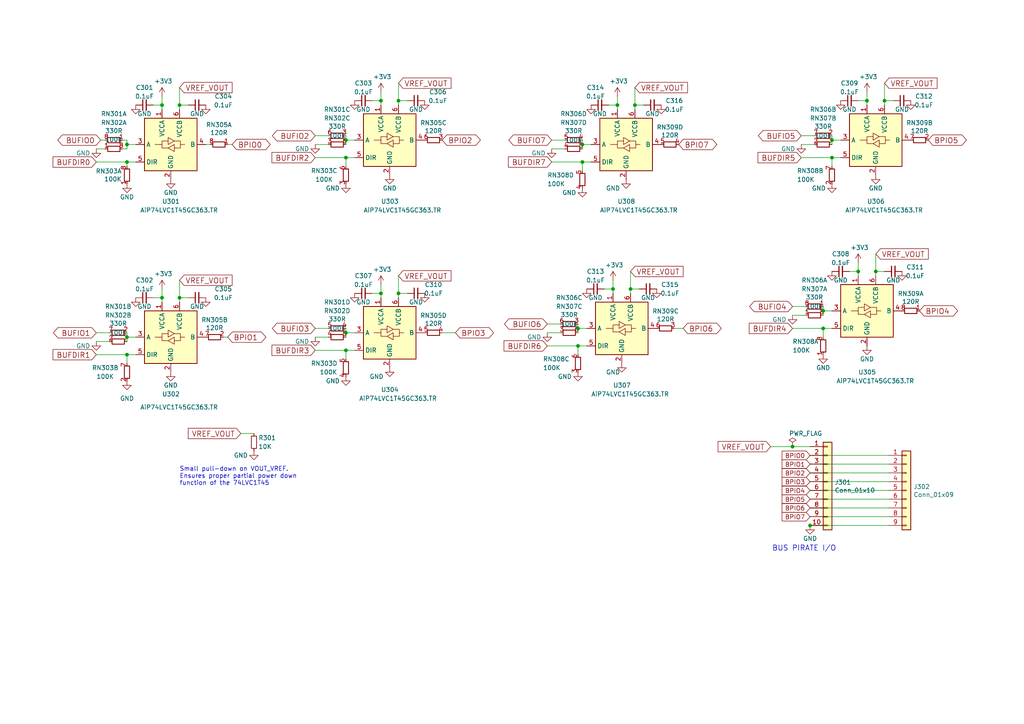
<source format=kicad_sch>
(kicad_sch (version 20231120) (generator "eeschema") (generator_version "8.0")
  (paper "A4")
  (lib_symbols
    (symbol "Connector_Generic:Conn_01x09" (pin_names (offset 1.016) hide)
      (property "Reference" "J" (at 0 12.7 0))
      (property "Value" "Conn_01x09" (at 0 -12.7 0))
      (symbol "Conn_01x09_1_1"
        (pin passive line (at -5.08 10.16 0) (length 3.81) (name "Pin_1") (number "1"))
        (pin passive line (at -5.08 7.62 0) (length 3.81) (name "Pin_2") (number "2"))
        (pin passive line (at -5.08 5.08 0) (length 3.81) (name "Pin_3") (number "3"))
        (pin passive line (at -5.08 2.54 0) (length 3.81) (name "Pin_4") (number "4"))
        (pin passive line (at -5.08 0 0) (length 3.81) (name "Pin_5") (number "5"))
        (pin passive line (at -5.08 -2.54 0) (length 3.81) (name "Pin_6") (number "6"))
        (pin passive line (at -5.08 -5.08 0) (length 3.81) (name "Pin_7") (number "7"))
        (pin passive line (at -5.08 -7.62 0) (length 3.81) (name "Pin_8") (number "8"))
        (pin passive line (at -5.08 -10.16 0) (length 3.81) (name "Pin_9") (number "9"))
      )
    )
    (symbol "Connector_Generic:Conn_01x10" (pin_names (offset 1.016) hide)
      (property "Reference" "J" (at 0 12.7 0))
      (property "Value" "Conn_01x10" (at 0 -15.24 0))
      (symbol "Conn_01x10_1_1"
        (pin passive line (at -5.08 10.16 0) (length 3.81) (name "Pin_1") (number "1"))
        (pin passive line (at -5.08 -12.7 0) (length 3.81) (name "Pin_10") (number "10"))
        (pin passive line (at -5.08 7.62 0) (length 3.81) (name "Pin_2") (number "2"))
        (pin passive line (at -5.08 5.08 0) (length 3.81) (name "Pin_3") (number "3"))
        (pin passive line (at -5.08 2.54 0) (length 3.81) (name "Pin_4") (number "4"))
        (pin passive line (at -5.08 0 0) (length 3.81) (name "Pin_5") (number "5"))
        (pin passive line (at -5.08 -2.54 0) (length 3.81) (name "Pin_6") (number "6"))
        (pin passive line (at -5.08 -5.08 0) (length 3.81) (name "Pin_7") (number "7"))
        (pin passive line (at -5.08 -7.62 0) (length 3.81) (name "Pin_8") (number "8"))
        (pin passive line (at -5.08 -10.16 0) (length 3.81) (name "Pin_9") (number "9"))
      )
    )
    (symbol "Device:C_Small" (pin_numbers hide) (pin_names (offset 0.254) hide)
      (property "Reference" "C" (at 0.254 1.778 0))
      (property "Value" "C_Small" (at 0.254 -2.032 0))
      (symbol "C_Small_1_1"
        (pin passive line (at 0 2.54 270) (length 2.032) (name "~") (number "1"))
        (pin passive line (at 0 -2.54 90) (length 2.032) (name "~") (number "2"))
      )
    )
    (symbol "Device:R_Small" (pin_numbers hide) (pin_names (offset 0.254) hide)
      (property "Reference" "R" (at 0.762 0.508 0))
      (property "Value" "R_Small" (at 0.762 -1.016 0))
      (symbol "R_Small_1_1"
        (pin passive line (at 0 2.54 270) (length 0.762) (name "~") (number "1"))
        (pin passive line (at 0 -2.54 90) (length 0.762) (name "~") (number "2"))
      )
    )
    (symbol "Logic_LevelTranslator:SN74LVC1T45DCK"
      (property "Reference" "U" (at -6.35 8.89 0))
      (property "Value" "SN74LVC1T45DCK" (at 3.81 8.89 0))
      (symbol "SN74LVC1T45DCK_1_1"
        (pin power_in line (at -2.54 10.16 270) (length 2.54) (name "VCCA") (number "1"))
        (pin power_in line (at 0 -10.16 90) (length 2.54) (name "GND") (number "2"))
        (pin bidirectional line (at -10.16 0 0) (length 2.54) (name "A") (number "3"))
        (pin bidirectional line (at 10.16 0 180) (length 2.54) (name "B") (number "4"))
        (pin input line (at -10.16 -5.08 0) (length 2.54) (name "DIR") (number "5"))
        (pin power_in line (at 2.54 10.16 270) (length 2.54) (name "VCCB") (number "6"))
      )
    )
    (symbol "dp-rarray:R_Array" (pin_names (offset 0) hide)
      (property "Reference" "RN" (at 2.286 0.762 0))
      (property "Value" "R_Array" (at 4.572 -0.762 0))
      (symbol "R_Array_1_1"
        (pin passive line (at 0 2.54 270) (length 0.762) (name "R1.1") (number "1"))
        (pin passive line (at 0 -2.54 90) (length 0.762) (name "R1.8") (number "8"))
      )
      (symbol "R_Array_2_1"
        (pin passive line (at 0 2.54 270) (length 0.762) (name "R1.1") (number "2"))
        (pin passive line (at 0 -2.54 90) (length 0.762) (name "R1.8") (number "7"))
      )
      (symbol "R_Array_3_1"
        (pin passive line (at 0 2.54 270) (length 0.762) (name "R1.1") (number "3"))
        (pin passive line (at 0 -2.54 90) (length 0.762) (name "R1.8") (number "6"))
      )
      (symbol "R_Array_4_1"
        (pin passive line (at 0 2.54 270) (length 0.762) (name "R1.1") (number "4"))
        (pin passive line (at 0 -2.54 90) (length 0.762) (name "R1.8") (number "5"))
      )
    )
    (symbol "power:+3V3" (power) (pin_names (offset 0))
      (property "Value" "+3V3" (at 0 3.556 0))
      (symbol "+3V3_1_1"
        (pin power_in line (at 0 0 90) (length 0) hide (name "+3V3") (number "1"))
      )
    )
    (symbol "power:GND" (power) (pin_names (offset 0))
      (property "Value" "GND" (at 0 -3.81 0))
      (symbol "GND_1_1"
        (pin power_in line (at 0 0 270) (length 0) hide (name "GND") (number "1"))
      )
    )
    (symbol "power:PWR_FLAG" (power) (pin_numbers hide) (pin_names (offset 0) hide)
      (property "Value" "PWR_FLAG" (at 0 3.81 0))
      (symbol "PWR_FLAG_0_0"
        (pin power_out line (at 0 0 90) (length 0) (name "pwr") (number "1"))
      )
    )
  )
  (junction (at 167.64 100.33))
  (junction (at 254 78.74))
  (junction (at 100.33 40.64))
  (junction (at 52.07 30.48))
  (junction (at 115.57 29.21))
  (junction (at 36.83 41.91))
  (junction (at 52.07 86.36))
  (junction (at 115.57 85.09))
  (junction (at 248.92 78.74))
  (junction (at 46.99 30.48))
  (junction (at 36.83 46.99))
  (junction (at 100.33 96.52))
  (junction (at 168.91 41.91))
  (junction (at 241.3 40.64))
  (junction (at 234.95 152.4))
  (junction (at 36.83 102.87))
  (junction (at 238.76 95.25))
  (junction (at 179.07 30.48))
  (junction (at 182.88 83.82))
  (junction (at 168.91 46.99))
  (junction (at 36.83 97.79))
  (junction (at 110.49 85.09))
  (junction (at 241.3 45.72))
  (junction (at 167.64 95.25))
  (junction (at 110.49 29.21))
  (junction (at 184.15 30.48))
  (junction (at 229.87 129.54))
  (junction (at 238.76 90.17))
  (junction (at 256.54 29.21))
  (junction (at 100.33 101.6))
  (junction (at 46.99 86.36))
  (junction (at 177.8 83.82))
  (junction (at 251.46 29.21))
  (junction (at 100.33 45.72))
  (wire (pts (xy 236.22 41.91) (xy 232.41 41.91)))
  (wire (pts (xy 110.49 30.48) (xy 110.49 29.21)))
  (wire (pts (xy 259.08 29.21) (xy 256.54 29.21)))
  (wire (pts (xy 234.95 149.86) (xy 257.81 149.86)))
  (wire (pts (xy 39.37 97.79) (xy 36.83 97.79)))
  (wire (pts (xy 52.07 81.28) (xy 52.07 86.36)))
  (wire (pts (xy 257.81 132.08) (xy 234.95 132.08)))
  (wire (pts (xy 36.83 102.87) (xy 27.94 102.87)))
  (wire (pts (xy 241.3 45.72) (xy 241.3 48.26)))
  (wire (pts (xy 176.53 30.48) (xy 179.07 30.48)))
  (wire (pts (xy 36.83 99.06) (xy 36.83 97.79)))
  (wire (pts (xy 170.18 100.33) (xy 167.64 100.33)))
  (wire (pts (xy 66.04 41.91) (xy 67.31 41.91)))
  (wire (pts (xy 238.76 90.17) (xy 238.76 88.9)))
  (wire (pts (xy 163.83 40.64) (xy 160.02 40.64)))
  (wire (pts (xy 162.56 96.52) (xy 158.75 96.52)))
  (wire (pts (xy 100.33 45.72) (xy 100.33 48.26)))
  (wire (pts (xy 100.33 45.72) (xy 91.44 45.72)))
  (wire (pts (xy 241.3 95.25) (xy 238.76 95.25)))
  (wire (pts (xy 234.95 144.78) (xy 257.81 144.78)))
  (wire (pts (xy 52.07 31.75) (xy 52.07 30.48)))
  (wire (pts (xy 246.38 78.74) (xy 248.92 78.74)))
  (wire (pts (xy 168.91 46.99) (xy 168.91 49.53)))
  (wire (pts (xy 110.49 29.21) (xy 110.49 26.67)))
  (wire (pts (xy 167.64 100.33) (xy 167.64 102.87)))
  (wire (pts (xy 54.61 30.48) (xy 52.07 30.48)))
  (wire (pts (xy 177.8 83.82) (xy 177.8 81.28)))
  (wire (pts (xy 46.99 31.75) (xy 46.99 30.48)))
  (wire (pts (xy 95.25 95.25) (xy 91.44 95.25)))
  (wire (pts (xy 36.83 97.79) (xy 36.83 96.52)))
  (wire (pts (xy 241.3 41.91) (xy 241.3 40.64)))
  (wire (pts (xy 168.91 46.99) (xy 160.02 46.99)))
  (wire (pts (xy 236.22 39.37) (xy 232.41 39.37)))
  (wire (pts (xy 118.11 85.09) (xy 115.57 85.09)))
  (wire (pts (xy 238.76 91.44) (xy 238.76 90.17)))
  (wire (pts (xy 171.45 46.99) (xy 168.91 46.99)))
  (wire (pts (xy 170.18 95.25) (xy 167.64 95.25)))
  (wire (pts (xy 36.83 48.26) (xy 36.83 46.99)))
  (wire (pts (xy 115.57 86.36) (xy 115.57 85.09)))
  (wire (pts (xy 175.26 83.82) (xy 177.8 83.82)))
  (wire (pts (xy 233.68 88.9) (xy 229.87 88.9)))
  (wire (pts (xy 54.61 86.36) (xy 52.07 86.36)))
  (wire (pts (xy 128.27 96.52) (xy 132.08 96.52)))
  (wire (pts (xy 115.57 30.48) (xy 115.57 29.21)))
  (wire (pts (xy 248.92 78.74) (xy 248.92 76.2)))
  (wire (pts (xy 115.57 80.01) (xy 115.57 85.09)))
  (wire (pts (xy 179.07 30.48) (xy 179.07 27.94)))
  (wire (pts (xy 44.45 30.48) (xy 46.99 30.48)))
  (wire (pts (xy 162.56 93.98) (xy 158.75 93.98)))
  (wire (pts (xy 36.83 43.18) (xy 35.56 43.18)))
  (wire (pts (xy 243.84 40.64) (xy 241.3 40.64)))
  (wire (pts (xy 100.33 101.6) (xy 91.44 101.6)))
  (wire (pts (xy 31.75 96.52) (xy 27.94 96.52)))
  (wire (pts (xy 243.84 45.72) (xy 241.3 45.72)))
  (wire (pts (xy 69.85 125.73) (xy 73.66 125.73)))
  (wire (pts (xy 102.87 40.64) (xy 100.33 40.64)))
  (wire (pts (xy 46.99 87.63) (xy 46.99 86.36)))
  (wire (pts (xy 39.37 102.87) (xy 36.83 102.87)))
  (wire (pts (xy 60.96 41.91) (xy 59.69 41.91)))
  (wire (pts (xy 177.8 85.09) (xy 177.8 83.82)))
  (wire (pts (xy 118.11 29.21) (xy 115.57 29.21)))
  (wire (pts (xy 95.25 39.37) (xy 91.44 39.37)))
  (wire (pts (xy 110.49 86.36) (xy 110.49 85.09)))
  (wire (pts (xy 66.04 97.79) (xy 64.77 97.79)))
  (wire (pts (xy 171.45 41.91) (xy 168.91 41.91)))
  (wire (pts (xy 179.07 31.75) (xy 179.07 30.48)))
  (wire (pts (xy 115.57 24.13) (xy 115.57 29.21)))
  (wire (pts (xy 223.52 129.54) (xy 229.87 129.54)))
  (wire (pts (xy 233.68 91.44) (xy 229.87 91.44)))
  (wire (pts (xy 27.94 46.99) (xy 36.83 46.99)))
  (wire (pts (xy 30.48 40.64) (xy 29.21 40.64)))
  (wire (pts (xy 95.25 97.79) (xy 91.44 97.79)))
  (wire (pts (xy 234.95 152.4) (xy 257.81 152.4)))
  (wire (pts (xy 168.91 41.91) (xy 168.91 40.64)))
  (wire (pts (xy 241.3 45.72) (xy 232.41 45.72)))
  (wire (pts (xy 251.46 30.48) (xy 251.46 29.21)))
  (wire (pts (xy 107.95 85.09) (xy 110.49 85.09)))
  (wire (pts (xy 100.33 41.91) (xy 100.33 40.64)))
  (wire (pts (xy 36.83 40.64) (xy 35.56 40.64)))
  (wire (pts (xy 102.87 45.72) (xy 100.33 45.72)))
  (wire (pts (xy 163.83 43.18) (xy 160.02 43.18)))
  (wire (pts (xy 198.12 95.25) (xy 195.58 95.25)))
  (wire (pts (xy 234.95 139.7) (xy 257.81 139.7)))
  (wire (pts (xy 27.94 43.18) (xy 30.48 43.18)))
  (wire (pts (xy 100.33 40.64) (xy 100.33 39.37)))
  (wire (pts (xy 241.3 90.17) (xy 238.76 90.17)))
  (wire (pts (xy 256.54 78.74) (xy 254 78.74)))
  (wire (pts (xy 251.46 29.21) (xy 251.46 26.67)))
  (wire (pts (xy 234.95 137.16) (xy 257.81 137.16)))
  (wire (pts (xy 100.33 96.52) (xy 100.33 95.25)))
  (wire (pts (xy 31.75 99.06) (xy 27.94 99.06)))
  (wire (pts (xy 167.64 96.52) (xy 167.64 95.25)))
  (wire (pts (xy 168.91 43.18) (xy 168.91 41.91)))
  (wire (pts (xy 52.07 87.63) (xy 52.07 86.36)))
  (wire (pts (xy 256.54 24.13) (xy 256.54 29.21)))
  (wire (pts (xy 182.88 78.74) (xy 182.88 83.82)))
  (wire (pts (xy 185.42 83.82) (xy 182.88 83.82)))
  (wire (pts (xy 52.07 25.4) (xy 52.07 30.48)))
  (wire (pts (xy 167.64 100.33) (xy 158.75 100.33)))
  (wire (pts (xy 46.99 86.36) (xy 46.99 83.82)))
  (wire (pts (xy 36.83 102.87) (xy 36.83 105.41)))
  (wire (pts (xy 248.92 80.01) (xy 248.92 78.74)))
  (wire (pts (xy 238.76 95.25) (xy 229.87 95.25)))
  (wire (pts (xy 36.83 43.18) (xy 36.83 41.91)))
  (wire (pts (xy 238.76 95.25) (xy 238.76 97.79)))
  (wire (pts (xy 46.99 30.48) (xy 46.99 27.94)))
  (wire (pts (xy 100.33 101.6) (xy 100.33 104.14)))
  (wire (pts (xy 254 73.66) (xy 254 78.74)))
  (wire (pts (xy 95.25 41.91) (xy 91.44 41.91)))
  (wire (pts (xy 102.87 96.52) (xy 100.33 96.52)))
  (wire (pts (xy 241.3 40.64) (xy 241.3 39.37)))
  (wire (pts (xy 36.83 41.91) (xy 36.83 40.64)))
  (wire (pts (xy 229.87 129.54) (xy 234.95 129.54)))
  (wire (pts (xy 44.45 86.36) (xy 46.99 86.36)))
  (wire (pts (xy 100.33 97.79) (xy 100.33 96.52)))
  (wire (pts (xy 167.64 95.25) (xy 167.64 93.98)))
  (wire (pts (xy 234.95 142.24) (xy 257.81 142.24)))
  (wire (pts (xy 186.69 30.48) (xy 184.15 30.48)))
  (wire (pts (xy 184.15 25.4) (xy 184.15 30.48)))
  (wire (pts (xy 234.95 147.32) (xy 257.81 147.32)))
  (wire (pts (xy 234.95 134.62) (xy 257.81 134.62)))
  (wire (pts (xy 107.95 29.21) (xy 110.49 29.21)))
  (wire (pts (xy 248.92 29.21) (xy 251.46 29.21)))
  (wire (pts (xy 184.15 31.75) (xy 184.15 30.48)))
  (wire (pts (xy 102.87 101.6) (xy 100.33 101.6)))
  (wire (pts (xy 256.54 30.48) (xy 256.54 29.21)))
  (wire (pts (xy 36.83 46.99) (xy 39.37 46.99)))
  (wire (pts (xy 182.88 85.09) (xy 182.88 83.82)))
  (wire (pts (xy 39.37 41.91) (xy 36.83 41.91)))
  (wire (pts (xy 254 80.01) (xy 254 78.74)))
  (wire (pts (xy 110.49 85.09) (xy 110.49 82.55)))
  (text "Small pull-down on VOUT_VREF.\nEnsures proper partial power down \nfunction of the 74LVC1T45" (at 52.07 140.97 0) (effects (font (size 1.27 1.27)) (justify left bottom)))
  (text "BUS PIRATE I/O" (at 242.57 160.02 0) (effects (font (size 1.524 1.524)) (justify right bottom)))
  (global_label "BPIO2" (shape bidirectional) (at 128.27 40.64 0) (effects (font (size 1.524 1.524))) (property "Intersheetrefs" "${INTERSHEET_REFS}" (effects (hide yes))))
  (global_label "BPIO0" (shape bidirectional) (at 67.31 41.91 0) (effects (font (size 1.524 1.524))) (property "Intersheetrefs" "${INTERSHEET_REFS}" (effects (hide yes))))
  (global_label "BPIO7" (shape bidirectional) (at 196.85 41.91 0) (effects (font (size 1.524 1.524))) (property "Intersheetrefs" "${INTERSHEET_REFS}" (effects (hide yes))))
  (global_label "BUFDIR0" (shape input) (at 27.94 46.99 180) (effects (font (size 1.524 1.524))) (property "Intersheetrefs" "${INTERSHEET_REFS}" (effects (hide yes))))
  (global_label "BUFIO5" (shape bidirectional) (at 232.41 39.37 180) (effects (font (size 1.524 1.524))) (property "Intersheetrefs" "${INTERSHEET_REFS}" (effects (hide yes))))
  (global_label "BUFIO3" (shape bidirectional) (at 91.44 95.25 180) (effects (font (size 1.524 1.524))) (property "Intersheetrefs" "${INTERSHEET_REFS}" (effects (hide yes))))
  (global_label "VREF_VOUT" (shape input) (at 223.52 129.54 180) (effects (font (size 1.524 1.524))) (property "Intersheetrefs" "${INTERSHEET_REFS}" (effects (hide yes))))
  (global_label "BUFDIR4" (shape input) (at 229.87 95.25 180) (effects (font (size 1.524 1.524))) (property "Intersheetrefs" "${INTERSHEET_REFS}" (effects (hide yes))))
  (global_label "BUFIO0" (shape bidirectional) (at 29.21 40.64 180) (effects (font (size 1.524 1.524))) (property "Intersheetrefs" "${INTERSHEET_REFS}" (effects (hide yes))))
  (global_label "VREF_VOUT" (shape input) (at 115.57 80.01 0) (effects (font (size 1.524 1.524))) (property "Intersheetrefs" "${INTERSHEET_REFS}" (effects (hide yes))))
  (global_label "BUFIO2" (shape bidirectional) (at 91.44 39.37 180) (effects (font (size 1.524 1.524))) (property "Intersheetrefs" "${INTERSHEET_REFS}" (effects (hide yes))))
  (global_label "BUFDIR3" (shape input) (at 91.44 101.6 180) (effects (font (size 1.524 1.524))) (property "Intersheetrefs" "${INTERSHEET_REFS}" (effects (hide yes))))
  (global_label "BUFIO4" (shape bidirectional) (at 229.87 88.9 180) (effects (font (size 1.524 1.524))) (property "Intersheetrefs" "${INTERSHEET_REFS}" (effects (hide yes))))
  (global_label "BPIO5" (shape bidirectional) (at 269.24 40.64 0) (effects (font (size 1.524 1.524))) (property "Intersheetrefs" "${INTERSHEET_REFS}" (effects (hide yes))))
  (global_label "BUFDIR2" (shape input) (at 91.44 45.72 180) (effects (font (size 1.524 1.524))) (property "Intersheetrefs" "${INTERSHEET_REFS}" (effects (hide yes))))
  (global_label "BPIO1" (shape bidirectional) (at 66.04 97.79 0) (effects (font (size 1.524 1.524))) (property "Intersheetrefs" "${INTERSHEET_REFS}" (effects (hide yes))))
  (global_label "BPIO1" (shape input) (at 234.95 134.62 180) (property "Intersheetrefs" "${INTERSHEET_REFS}" (effects (hide yes))))
  (global_label "VREF_VOUT" (shape input) (at 52.07 25.4 0) (effects (font (size 1.524 1.524))) (property "Intersheetrefs" "${INTERSHEET_REFS}" (effects (hide yes))))
  (global_label "VREF_VOUT" (shape input) (at 115.57 24.13 0) (effects (font (size 1.524 1.524))) (property "Intersheetrefs" "${INTERSHEET_REFS}" (effects (hide yes))))
  (global_label "BPIO4" (shape input) (at 234.95 142.24 180) (property "Intersheetrefs" "${INTERSHEET_REFS}" (effects (hide yes))))
  (global_label "BPIO4" (shape bidirectional) (at 266.7 90.17 0) (effects (font (size 1.524 1.524))) (property "Intersheetrefs" "${INTERSHEET_REFS}" (effects (hide yes))))
  (global_label "VREF_VOUT" (shape input) (at 69.85 125.73 180) (effects (font (size 1.524 1.524))) (property "Intersheetrefs" "${INTERSHEET_REFS}" (effects (hide yes))))
  (global_label "BPIO6" (shape input) (at 234.95 147.32 180) (property "Intersheetrefs" "${INTERSHEET_REFS}" (effects (hide yes))))
  (global_label "VREF_VOUT" (shape input) (at 184.15 25.4 0) (effects (font (size 1.524 1.524))) (property "Intersheetrefs" "${INTERSHEET_REFS}" (effects (hide yes))))
  (global_label "VREF_VOUT" (shape input) (at 182.88 78.74 0) (effects (font (size 1.524 1.524))) (property "Intersheetrefs" "${INTERSHEET_REFS}" (effects (hide yes))))
  (global_label "BPIO6" (shape bidirectional) (at 198.12 95.25 0) (effects (font (size 1.524 1.524))) (property "Intersheetrefs" "${INTERSHEET_REFS}" (effects (hide yes))))
  (global_label "BPIO3" (shape bidirectional) (at 132.08 96.52 0) (effects (font (size 1.524 1.524))) (property "Intersheetrefs" "${INTERSHEET_REFS}" (effects (hide yes))))
  (global_label "BUFIO1" (shape bidirectional) (at 27.94 96.52 180) (effects (font (size 1.524 1.524))) (property "Intersheetrefs" "${INTERSHEET_REFS}" (effects (hide yes))))
  (global_label "BUFDIR5" (shape input) (at 232.41 45.72 180) (effects (font (size 1.524 1.524))) (property "Intersheetrefs" "${INTERSHEET_REFS}" (effects (hide yes))))
  (global_label "VREF_VOUT" (shape input) (at 256.54 24.13 0) (effects (font (size 1.524 1.524))) (property "Intersheetrefs" "${INTERSHEET_REFS}" (effects (hide yes))))
  (global_label "BUFIO7" (shape bidirectional) (at 160.02 40.64 180) (effects (font (size 1.524 1.524))) (property "Intersheetrefs" "${INTERSHEET_REFS}" (effects (hide yes))))
  (global_label "VREF_VOUT" (shape input) (at 52.07 81.28 0) (effects (font (size 1.524 1.524))) (property "Intersheetrefs" "${INTERSHEET_REFS}" (effects (hide yes))))
  (global_label "BPIO3" (shape input) (at 234.95 139.7 180) (property "Intersheetrefs" "${INTERSHEET_REFS}" (effects (hide yes))))
  (global_label "BUFDIR1" (shape input) (at 27.94 102.87 180) (effects (font (size 1.524 1.524))) (property "Intersheetrefs" "${INTERSHEET_REFS}" (effects (hide yes))))
  (global_label "BUFDIR6" (shape input) (at 158.75 100.33 180) (effects (font (size 1.524 1.524))) (property "Intersheetrefs" "${INTERSHEET_REFS}" (effects (hide yes))))
  (global_label "VREF_VOUT" (shape input) (at 254 73.66 0) (effects (font (size 1.524 1.524))) (property "Intersheetrefs" "${INTERSHEET_REFS}" (effects (hide yes))))
  (global_label "BPIO7" (shape input) (at 234.95 149.86 180) (property "Intersheetrefs" "${INTERSHEET_REFS}" (effects (hide yes))))
  (global_label "BUFIO6" (shape bidirectional) (at 158.75 93.98 180) (effects (font (size 1.524 1.524))) (property "Intersheetrefs" "${INTERSHEET_REFS}" (effects (hide yes))))
  (global_label "BPIO0" (shape input) (at 234.95 132.08 180) (property "Intersheetrefs" "${INTERSHEET_REFS}" (effects (hide yes))))
  (global_label "BPIO2" (shape input) (at 234.95 137.16 180) (property "Intersheetrefs" "${INTERSHEET_REFS}" (effects (hide yes))))
  (global_label "BPIO5" (shape input) (at 234.95 144.78 180) (property "Intersheetrefs" "${INTERSHEET_REFS}" (effects (hide yes))))
  (global_label "BUFDIR7" (shape input) (at 160.02 46.99 180) (effects (font (size 1.524 1.524))) (property "Intersheetrefs" "${INTERSHEET_REFS}" (effects (hide yes))))
  (symbol (lib_id "power:+3V3") (at 46.99 27.94 0) (unit 1)
    (property "Reference" "#PWR0310" (effects (hide yes)))
    (property "Value" "+3V3" (at 47.371 23.5458 0))
  )
  (symbol (lib_id "Device:C_Small") (at 57.15 30.48 90) (unit 1)
    (property "Reference" "C304" (at 64.77 27.94 90))
    (property "Value" "0.1uF" (at 64.77 30.48 90))
    (property "Footprint" "Capacitor_SMD:C_0402_1005Metric" (effects (hide yes)))
    (property "RMB" "0.00628" (effects (hide yes)))
    (property "Supplier" "https://item.szlcsc.com/1877.html" (effects (hide yes)))
  )
  (symbol (lib_id "power:GND") (at 39.37 30.48 0) (unit 1)
    (property "Reference" "#PWR0307" (effects (hide yes)))
    (property "Value" "GND" (at 41.91 33.02 0))
  )
  (symbol (lib_id "power:GND") (at 59.69 30.48 0) (unit 1)
    (property "Reference" "#PWR0316" (effects (hide yes)))
    (property "Value" "GND" (at 57.15 33.02 0))
  )
  (symbol (lib_id "power:GND") (at 49.53 52.07 0) (unit 1)
    (property "Reference" "#PWR0313" (effects (hide yes)))
    (property "Value" "GND" (at 49.53 55.88 0))
  )
  (symbol (lib_id "power:GND") (at 27.94 43.18 0) (unit 1)
    (property "Reference" "#PWR0301" (effects (hide yes)))
    (property "Value" "GND" (at 24.13 44.45 0))
  )
  (symbol (lib_id "power:GND") (at 36.83 53.34 0) (unit 1)
    (property "Reference" "#PWR0304" (effects (hide yes)))
    (property "Value" "GND" (at 36.83 57.15 0))
  )
  (symbol (lib_id "Device:C_Small") (at 41.91 86.36 90) (unit 1)
    (property "Reference" "C302" (at 41.91 81.28 90))
    (property "Value" "0.1uF" (at 41.91 83.82 90))
    (property "Footprint" "Capacitor_SMD:C_0402_1005Metric" (effects (hide yes)))
    (property "RMB" "0.00628" (effects (hide yes)))
    (property "Supplier" "https://item.szlcsc.com/1877.html" (effects (hide yes)))
  )
  (symbol (lib_id "Logic_LevelTranslator:SN74LVC1T45DCK") (at 49.53 97.79 0) (unit 1)
    (property "Reference" "U302" (at 46.99 114.3 0) (effects (justify left)))
    (property "Value" "AiP74LVC1T45GC363.TR" (at 40.64 118.11 0) (effects (justify left)))
    (property "Footprint" "Package_TO_SOT_SMD:SOT-363_SC-70-6" (effects (hide yes)))
    (property "Datasheet" "http://www.ti.com/lit/ds/symlink/sn74lvc1t45.pdf" (effects (hide yes)))
    (property "RMB" "1.33" (effects (hide yes)))
    (property "Supplier" "https://item.szlcsc.com/9911.html" (effects (hide yes)))
  )
  (symbol (lib_id "power:+3V3") (at 46.99 83.82 0) (unit 1)
    (property "Reference" "#PWR0311" (effects (hide yes)))
    (property "Value" "+3V3" (at 47.371 79.4258 0))
  )
  (symbol (lib_id "Device:C_Small") (at 57.15 86.36 90) (unit 1)
    (property "Reference" "C305" (at 64.77 83.82 90))
    (property "Value" "0.1uF" (at 64.77 86.36 90))
    (property "Footprint" "Capacitor_SMD:C_0402_1005Metric" (effects (hide yes)))
    (property "RMB" "0.00628" (effects (hide yes)))
    (property "Supplier" "https://item.szlcsc.com/1877.html" (effects (hide yes)))
  )
  (symbol (lib_id "power:GND") (at 39.37 86.36 0) (unit 1)
    (property "Reference" "#PWR0308" (effects (hide yes)))
    (property "Value" "GND" (at 41.91 88.9 0))
  )
  (symbol (lib_id "power:GND") (at 59.69 86.36 0) (unit 1)
    (property "Reference" "#PWR0318" (effects (hide yes)))
    (property "Value" "GND" (at 57.15 88.9 0))
  )
  (symbol (lib_id "power:GND") (at 49.53 107.95 0) (unit 1)
    (property "Reference" "#PWR0314" (effects (hide yes)))
    (property "Value" "GND" (at 49.53 111.76 0))
  )
  (symbol (lib_id "power:GND") (at 27.94 99.06 0) (unit 1)
    (property "Reference" "#PWR0302" (effects (hide yes)))
    (property "Value" "GND" (at 24.13 100.33 0))
  )
  (symbol (lib_id "power:GND") (at 36.83 110.49 0) (unit 1)
    (property "Reference" "#PWR0305" (effects (hide yes)))
    (property "Value" "GND" (at 36.83 115.57 0))
  )
  (symbol (lib_id "Device:C_Small") (at 105.41 29.21 90) (unit 1)
    (property "Reference" "C303" (at 105.41 24.13 90))
    (property "Value" "0.1uF" (at 105.41 26.67 90))
    (property "Footprint" "Capacitor_SMD:C_0402_1005Metric" (effects (hide yes)))
    (property "RMB" "0.00628" (effects (hide yes)))
    (property "Supplier" "https://item.szlcsc.com/1877.html" (effects (hide yes)))
  )
  (symbol (lib_id "Logic_LevelTranslator:SN74LVC1T45DCK") (at 113.03 40.64 0) (unit 1)
    (property "Reference" "U303" (at 110.49 58.42 0) (effects (justify left)))
    (property "Value" "AiP74LVC1T45GC363.TR" (at 105.41 60.96 0) (effects (justify left)))
    (property "Footprint" "Package_TO_SOT_SMD:SOT-363_SC-70-6" (effects (hide yes)))
    (property "Datasheet" "http://www.ti.com/lit/ds/symlink/sn74lvc1t45.pdf" (effects (hide yes)))
    (property "RMB" "1.33" (effects (hide yes)))
    (property "Supplier" "https://item.szlcsc.com/9911.html" (effects (hide yes)))
  )
  (symbol (lib_id "power:+3V3") (at 110.49 26.67 0) (unit 1)
    (property "Reference" "#PWR0312" (effects (hide yes)))
    (property "Value" "+3V3" (at 110.871 22.2758 0))
  )
  (symbol (lib_id "Device:C_Small") (at 120.65 29.21 90) (unit 1)
    (property "Reference" "C306" (at 127 26.67 90))
    (property "Value" "0.1uF" (at 127 29.21 90))
    (property "Footprint" "Capacitor_SMD:C_0402_1005Metric" (effects (hide yes)))
    (property "RMB" "0.00628" (effects (hide yes)))
    (property "Supplier" "https://item.szlcsc.com/1877.html" (effects (hide yes)))
  )
  (symbol (lib_id "power:GND") (at 102.87 29.21 0) (unit 1)
    (property "Reference" "#PWR0309" (effects (hide yes)))
    (property "Value" "GND" (at 105.41 31.75 0))
  )
  (symbol (lib_id "power:GND") (at 123.19 29.21 0) (unit 1)
    (property "Reference" "#PWR0320" (effects (hide yes)))
    (property "Value" "GND" (at 120.65 31.75 0))
  )
  (symbol (lib_id "power:GND") (at 113.03 50.8 0) (unit 1)
    (property "Reference" "#PWR0315" (effects (hide yes)))
    (property "Value" "GND" (at 113.03 54.61 0))
  )
  (symbol (lib_id "power:GND") (at 91.44 41.91 0) (unit 1)
    (property "Reference" "#PWR0303" (effects (hide yes)))
    (property "Value" "GND" (at 87.63 43.18 0))
  )
  (symbol (lib_id "power:GND") (at 100.33 53.34 0) (unit 1)
    (property "Reference" "#PWR0306" (effects (hide yes)))
    (property "Value" "GND" (at 96.52 54.61 0))
  )
  (symbol (lib_id "Device:C_Small") (at 105.41 85.09 90) (unit 1)
    (property "Reference" "C307" (at 105.41 80.01 90))
    (property "Value" "0.1uF" (at 105.41 82.55 90))
    (property "Footprint" "Capacitor_SMD:C_0402_1005Metric" (effects (hide yes)))
    (property "RMB" "0.00628" (effects (hide yes)))
    (property "Supplier" "https://item.szlcsc.com/1877.html" (effects (hide yes)))
  )
  (symbol (lib_id "Logic_LevelTranslator:SN74LVC1T45DCK") (at 113.03 96.52 0) (unit 1)
    (property "Reference" "U304" (at 110.49 113.03 0) (effects (justify left)))
    (property "Value" "AiP74LVC1T45GC363.TR" (at 104.14 115.57 0) (effects (justify left)))
    (property "Footprint" "Package_TO_SOT_SMD:SOT-363_SC-70-6" (effects (hide yes)))
    (property "Datasheet" "http://www.ti.com/lit/ds/symlink/sn74lvc1t45.pdf" (effects (hide yes)))
    (property "RMB" "1.33" (effects (hide yes)))
    (property "Supplier" "https://item.szlcsc.com/9911.html" (effects (hide yes)))
  )
  (symbol (lib_id "power:+3V3") (at 110.49 82.55 0) (unit 1)
    (property "Reference" "#PWR0331" (effects (hide yes)))
    (property "Value" "+3V3" (at 110.871 78.1558 0))
  )
  (symbol (lib_id "Device:C_Small") (at 120.65 85.09 90) (unit 1)
    (property "Reference" "C310" (at 125.73 82.55 90))
    (property "Value" "0.1uF" (at 125.73 85.09 90))
    (property "Footprint" "Capacitor_SMD:C_0402_1005Metric" (effects (hide yes)))
    (property "RMB" "0.00628" (effects (hide yes)))
    (property "Supplier" "https://item.szlcsc.com/1877.html" (effects (hide yes)))
  )
  (symbol (lib_id "power:GND") (at 102.87 85.09 0) (unit 1)
    (property "Reference" "#PWR0327" (effects (hide yes)))
    (property "Value" "GND" (at 105.41 87.63 0))
  )
  (symbol (lib_id "power:GND") (at 123.19 85.09 0) (unit 1)
    (property "Reference" "#PWR0337" (effects (hide yes)))
    (property "Value" "GND" (at 120.65 87.63 0))
  )
  (symbol (lib_id "power:GND") (at 113.03 106.68 0) (unit 1)
    (property "Reference" "#PWR0333" (effects (hide yes)))
    (property "Value" "GND" (at 109.22 109.22 0))
  )
  (symbol (lib_id "power:GND") (at 91.44 97.79 0) (unit 1)
    (property "Reference" "#PWR0322" (effects (hide yes)))
    (property "Value" "GND" (at 87.63 99.06 0))
  )
  (symbol (lib_id "power:GND") (at 100.33 109.22 0) (unit 1)
    (property "Reference" "#PWR0325" (effects (hide yes)))
    (property "Value" "GND" (at 96.52 110.49 0))
  )
  (symbol (lib_id "Device:C_Small") (at 243.84 78.74 90) (unit 1)
    (property "Reference" "C308" (at 243.84 73.66 90))
    (property "Value" "0.1uF" (at 243.84 76.2 90))
    (property "Footprint" "Capacitor_SMD:C_0402_1005Metric" (effects (hide yes)))
    (property "RMB" "0.00628" (effects (hide yes)))
    (property "Supplier" "https://item.szlcsc.com/1877.html" (effects (hide yes)))
  )
  (symbol (lib_id "Logic_LevelTranslator:SN74LVC1T45DCK") (at 251.46 90.17 0) (unit 1)
    (property "Reference" "U305" (at 248.92 107.95 0) (effects (justify left)))
    (property "Value" "AiP74LVC1T45GC363.TR" (at 242.57 110.49 0) (effects (justify left)))
    (property "Footprint" "Package_TO_SOT_SMD:SOT-363_SC-70-6" (effects (hide yes)))
    (property "Datasheet" "http://www.ti.com/lit/ds/symlink/sn74lvc1t45.pdf" (effects (hide yes)))
    (property "RMB" "1.33" (effects (hide yes)))
    (property "Supplier" "https://item.szlcsc.com/9911.html" (effects (hide yes)))
  )
  (symbol (lib_id "power:+3V3") (at 248.92 76.2 0) (unit 1)
    (property "Reference" "#PWR0332" (effects (hide yes)))
    (property "Value" "+3V3" (at 249.301 71.8058 0))
  )
  (symbol (lib_id "Device:C_Small") (at 259.08 78.74 90) (unit 1)
    (property "Reference" "C311" (at 265.43 77.47 90))
    (property "Value" "0.1uF" (at 265.43 80.01 90))
    (property "Footprint" "Capacitor_SMD:C_0402_1005Metric" (effects (hide yes)))
    (property "RMB" "0.00628" (effects (hide yes)))
    (property "Supplier" "https://item.szlcsc.com/1877.html" (effects (hide yes)))
  )
  (symbol (lib_id "power:GND") (at 241.3 78.74 0) (unit 1)
    (property "Reference" "#PWR0329" (effects (hide yes)))
    (property "Value" "GND" (at 243.84 81.28 0))
  )
  (symbol (lib_id "power:GND") (at 261.62 78.74 0) (unit 1)
    (property "Reference" "#PWR0339" (effects (hide yes)))
    (property "Value" "GND" (at 259.08 81.28 0))
  )
  (symbol (lib_id "power:GND") (at 251.46 100.33 0) (unit 1)
    (property "Reference" "#PWR0335" (effects (hide yes)))
    (property "Value" "GND" (at 251.46 104.14 0))
  )
  (symbol (lib_id "power:GND") (at 229.87 91.44 0) (unit 1)
    (property "Reference" "#PWR0323" (effects (hide yes)))
    (property "Value" "GND" (at 226.06 92.71 0))
  )
  (symbol (lib_id "power:GND") (at 238.76 102.87 0) (unit 1)
    (property "Reference" "#PWR0326" (effects (hide yes)))
    (property "Value" "GND" (at 238.76 106.68 0))
  )
  (symbol (lib_id "Device:C_Small") (at 246.38 29.21 90) (unit 1)
    (property "Reference" "C309" (at 246.38 24.13 90))
    (property "Value" "0.1uF" (at 246.38 26.67 90))
    (property "Footprint" "Capacitor_SMD:C_0402_1005Metric" (effects (hide yes)))
    (property "RMB" "0.00628" (effects (hide yes)))
    (property "Supplier" "https://item.szlcsc.com/1877.html" (effects (hide yes)))
  )
  (symbol (lib_id "Logic_LevelTranslator:SN74LVC1T45DCK") (at 254 40.64 0) (unit 1)
    (property "Reference" "U306" (at 251.46 58.42 0) (effects (justify left)))
    (property "Value" "AiP74LVC1T45GC363.TR" (at 245.11 60.96 0) (effects (justify left)))
    (property "Footprint" "Package_TO_SOT_SMD:SOT-363_SC-70-6" (effects (hide yes)))
    (property "Datasheet" "http://www.ti.com/lit/ds/symlink/sn74lvc1t45.pdf" (effects (hide yes)))
    (property "RMB" "1.33" (effects (hide yes)))
    (property "Supplier" "https://item.szlcsc.com/9911.html" (effects (hide yes)))
  )
  (symbol (lib_id "power:+3V3") (at 251.46 26.67 0) (unit 1)
    (property "Reference" "#PWR0334" (effects (hide yes)))
    (property "Value" "+3V3" (at 251.841 22.2758 0))
  )
  (symbol (lib_id "Device:C_Small") (at 261.62 29.21 90) (unit 1)
    (property "Reference" "C312" (at 267.97 27.94 90))
    (property "Value" "0.1uF" (at 267.97 30.48 90))
    (property "Footprint" "Capacitor_SMD:C_0402_1005Metric" (effects (hide yes)))
    (property "RMB" "0.00628" (effects (hide yes)))
    (property "Supplier" "https://item.szlcsc.com/1877.html" (effects (hide yes)))
  )
  (symbol (lib_id "power:GND") (at 243.84 29.21 0) (unit 1)
    (property "Reference" "#PWR0330" (effects (hide yes)))
    (property "Value" "GND" (at 246.38 31.75 0))
  )
  (symbol (lib_id "power:GND") (at 264.16 29.21 0) (unit 1)
    (property "Reference" "#PWR0341" (effects (hide yes)))
    (property "Value" "GND" (at 261.62 31.75 0))
  )
  (symbol (lib_id "power:GND") (at 254 50.8 0) (unit 1)
    (property "Reference" "#PWR0336" (effects (hide yes)))
    (property "Value" "GND" (at 254 54.61 0))
  )
  (symbol (lib_id "power:GND") (at 232.41 41.91 0) (unit 1)
    (property "Reference" "#PWR0324" (effects (hide yes)))
    (property "Value" "GND" (at 228.6 43.18 0))
  )
  (symbol (lib_id "power:GND") (at 241.3 53.34 0) (unit 1)
    (property "Reference" "#PWR0328" (effects (hide yes)))
    (property "Value" "GND" (at 237.49 54.61 0))
  )
  (symbol (lib_id "Device:C_Small") (at 172.72 83.82 90) (unit 1)
    (property "Reference" "C313" (at 172.72 78.74 90))
    (property "Value" "0.1uF" (at 172.72 81.28 90))
    (property "Footprint" "Capacitor_SMD:C_0402_1005Metric" (effects (hide yes)))
    (property "RMB" "0.00628" (effects (hide yes)))
    (property "Supplier" "https://item.szlcsc.com/1877.html" (effects (hide yes)))
  )
  (symbol (lib_id "Logic_LevelTranslator:SN74LVC1T45DCK") (at 180.34 95.25 0) (unit 1)
    (property "Reference" "U307" (at 177.8 111.76 0) (effects (justify left)))
    (property "Value" "AiP74LVC1T45GC363.TR" (at 171.45 114.3 0) (effects (justify left)))
    (property "Footprint" "Package_TO_SOT_SMD:SOT-363_SC-70-6" (effects (hide yes)))
    (property "Datasheet" "http://www.ti.com/lit/ds/symlink/sn74lvc1t45.pdf" (effects (hide yes)))
    (property "RMB" "1.33" (effects (hide yes)))
    (property "Supplier" "https://item.szlcsc.com/9911.html" (effects (hide yes)))
  )
  (symbol (lib_id "power:+3V3") (at 177.8 81.28 0) (unit 1)
    (property "Reference" "#PWR0349" (effects (hide yes)))
    (property "Value" "+3V3" (at 178.181 76.8858 0))
  )
  (symbol (lib_id "Device:C_Small") (at 187.96 83.82 90) (unit 1)
    (property "Reference" "C315" (at 194.31 82.55 90))
    (property "Value" "0.1uF" (at 194.31 85.09 90))
    (property "Footprint" "Capacitor_SMD:C_0402_1005Metric" (effects (hide yes)))
    (property "RMB" "0.00628" (effects (hide yes)))
    (property "Supplier" "https://item.szlcsc.com/1877.html" (effects (hide yes)))
  )
  (symbol (lib_id "power:GND") (at 170.18 83.82 0) (unit 1)
    (property "Reference" "#PWR0347" (effects (hide yes)))
    (property "Value" "GND" (at 172.72 86.36 0))
  )
  (symbol (lib_id "power:GND") (at 190.5 83.82 0) (unit 1)
    (property "Reference" "#PWR0354" (effects (hide yes)))
    (property "Value" "GND" (at 187.96 86.36 0))
  )
  (symbol (lib_id "power:GND") (at 180.34 105.41 0) (unit 1)
    (property "Reference" "#PWR0351" (effects (hide yes)))
    (property "Value" "GND" (at 177.8 107.95 0))
  )
  (symbol (lib_id "power:GND") (at 158.75 96.52 0) (unit 1)
    (property "Reference" "#PWR0343" (effects (hide yes)))
    (property "Value" "GND" (at 154.94 97.79 0))
  )
  (symbol (lib_id "power:GND") (at 167.64 107.95 0) (unit 1)
    (property "Reference" "#PWR0345" (effects (hide yes)))
    (property "Value" "GND" (at 163.83 109.22 0))
  )
  (symbol (lib_id "Device:C_Small") (at 173.99 30.48 90) (unit 1)
    (property "Reference" "C314" (at 172.72 25.4 90))
    (property "Value" "0.1uF" (at 172.72 27.94 90))
    (property "Footprint" "Capacitor_SMD:C_0402_1005Metric" (effects (hide yes)))
    (property "RMB" "0.00628" (effects (hide yes)))
    (property "Supplier" "https://item.szlcsc.com/1877.html" (effects (hide yes)))
  )
  (symbol (lib_id "Logic_LevelTranslator:SN74LVC1T45DCK") (at 181.61 41.91 0) (unit 1)
    (property "Reference" "U308" (at 179.07 58.42 0) (effects (justify left)))
    (property "Value" "AiP74LVC1T45GC363.TR" (at 173.99 60.96 0) (effects (justify left)))
    (property "Footprint" "Package_TO_SOT_SMD:SOT-363_SC-70-6" (effects (hide yes)))
    (property "Datasheet" "http://www.ti.com/lit/ds/symlink/sn74lvc1t45.pdf" (effects (hide yes)))
    (property "RMB" "1.33" (effects (hide yes)))
    (property "Supplier" "https://item.szlcsc.com/9911.html" (effects (hide yes)))
  )
  (symbol (lib_id "power:+3V3") (at 179.07 27.94 0) (unit 1)
    (property "Reference" "#PWR0350" (effects (hide yes)))
    (property "Value" "+3V3" (at 179.451 23.5458 0))
  )
  (symbol (lib_id "Device:C_Small") (at 189.23 30.48 90) (unit 1)
    (property "Reference" "C316" (at 195.58 29.21 90))
    (property "Value" "0.1uF" (at 195.58 31.75 90))
    (property "Footprint" "Capacitor_SMD:C_0402_1005Metric" (effects (hide yes)))
    (property "RMB" "0.00628" (effects (hide yes)))
    (property "Supplier" "https://item.szlcsc.com/1877.html" (effects (hide yes)))
  )
  (symbol (lib_id "power:GND") (at 171.45 30.48 0) (unit 1)
    (property "Reference" "#PWR0348" (effects (hide yes)))
    (property "Value" "GND" (at 173.99 33.02 0))
  )
  (symbol (lib_id "power:GND") (at 191.77 30.48 0) (unit 1)
    (property "Reference" "#PWR0356" (effects (hide yes)))
    (property "Value" "GND" (at 189.23 33.02 0))
  )
  (symbol (lib_id "power:GND") (at 181.61 52.07 0) (unit 1)
    (property "Reference" "#PWR0352" (effects (hide yes)))
    (property "Value" "GND" (at 177.8 54.61 0))
  )
  (symbol (lib_id "power:GND") (at 160.02 43.18 0) (unit 1)
    (property "Reference" "#PWR0344" (effects (hide yes)))
    (property "Value" "GND" (at 156.21 44.45 0))
  )
  (symbol (lib_id "power:GND") (at 168.91 54.61 0) (unit 1)
    (property "Reference" "#PWR0346" (effects (hide yes)))
    (property "Value" "GND" (at 165.1 55.88 0))
  )
  (symbol (lib_id "Device:C_Small") (at 41.91 30.48 90) (unit 1)
    (property "Reference" "C301" (at 41.91 25.4 90))
    (property "Value" "0.1uF" (at 41.91 27.94 90))
    (property "Footprint" "Capacitor_SMD:C_0402_1005Metric" (effects (hide yes)))
    (property "RMB" "0.00628" (effects (hide yes)))
    (property "Supplier" "https://item.szlcsc.com/1877.html" (effects (hide yes)))
  )
  (symbol (lib_id "Logic_LevelTranslator:SN74LVC1T45DCK") (at 49.53 41.91 0) (unit 1)
    (property "Reference" "U301" (at 46.99 58.42 0) (effects (justify left)))
    (property "Value" "AiP74LVC1T45GC363.TR" (at 40.64 60.96 0) (effects (justify left)))
    (property "Footprint" "Package_TO_SOT_SMD:SOT-363_SC-70-6" (effects (hide yes)))
    (property "Datasheet" "http://www.ti.com/lit/ds/symlink/sn74lvc1t45.pdf" (effects (hide yes)))
    (property "RMB" "1.33" (effects (hide yes)))
    (property "Supplier" "https://item.szlcsc.com/9911.html" (effects (hide yes)))
  )
  (symbol (lib_id "Connector_Generic:Conn_01x10") (at 240.03 139.7 0) (unit 1)
    (property "Reference" "J301" (at 242.062 139.9032 0) (effects (justify left)))
    (property "Value" "Conn_01x10" (at 242.062 142.2146 0) (effects (justify left)))
    (property "Footprint" "Connector_PinHeader_2.54mm:PinHeader_1x10_P2.54mm_Vertical" (effects (hide yes)))
  )
  (symbol (lib_id "power:GND") (at 234.95 152.4 0) (unit 1)
    (property "Reference" "#PWR0353" (effects (hide yes)))
    (property "Value" "GND" (at 234.95 156.21 0))
  )
  (symbol (lib_id "power:PWR_FLAG") (at 229.87 129.54 0) (unit 1)
    (property "Reference" "#FLG0301" (effects (hide yes)))
    (property "Value" "PWR_FLAG" (at 233.68 125.73 0))
  )
  (symbol (lib_id "dp-rarray:R_Array") (at 33.02 40.64 270) (unit 1)
    (property "Reference" "RN301" (at 33.02 33.02 90))
    (property "Value" "330R" (at 33.02 37.9476 90))
    (property "Footprint" "Resistor_SMD:R_Array_Convex_4x0402" (effects (hide yes)))
    (property "Datasheet" "http://www.vishay.com/docs/31509/csc.pdf" (effects (hide yes)))
    (property "RMB" "0.033552" (effects (hide yes)))
    (property "Supplier" "https://item.szlcsc.com/26241.html" (effects (hide yes)))
  )
  (symbol (lib_id "dp-rarray:R_Array") (at 33.02 43.18 90) (mirror x) (unit 1)
    (property "Reference" "RN302" (at 33.02 35.56 90))
    (property "Value" "100K" (at 33.02 40.4876 90))
    (property "Footprint" "Resistor_SMD:R_Array_Convex_4x0402" (effects (hide yes)))
    (property "Datasheet" "http://www.vishay.com/docs/31509/csc.pdf" (effects (hide yes)))
    (property "RMB" "0.03666" (effects (hide yes)))
    (property "Supplier" "https://item.szlcsc.com/635571.html" (effects (hide yes)))
  )
  (symbol (lib_id "dp-rarray:R_Array") (at 36.83 50.8 0) (mirror x) (unit 1)
    (property "Reference" "RN303" (at 35.306 49.6316 0) (effects (justify right)))
    (property "Value" "100K" (at 35.306 51.943 0) (effects (justify right)))
    (property "Footprint" "Resistor_SMD:R_Array_Convex_4x0402" (effects (hide yes)))
    (property "Datasheet" "http://www.vishay.com/docs/31509/csc.pdf" (effects (hide yes)))
    (property "RMB" "0.020173" (effects (hide yes)))
    (property "Supplier" "https://item.szlcsc.com/728291.html" (effects (hide yes)))
  )
  (symbol (lib_id "dp-rarray:R_Array") (at 63.5 41.91 270) (mirror x) (unit 1)
    (property "Reference" "RN305" (at 63.5 36.195 90))
    (property "Value" "120R" (at 63.5 38.5064 90))
    (property "Footprint" "Resistor_SMD:R_Array_Convex_4x0402" (effects (hide yes)))
    (property "Datasheet" "http://www.vishay.com/docs/31509/csc.pdf" (effects (hide yes)))
    (property "RMB" "0.033552" (effects (hide yes)))
    (property "Supplier" "https://item.szlcsc.com/26241.html" (effects (hide yes)))
  )
  (symbol (lib_id "dp-rarray:R_Array") (at 34.29 96.52 270) (unit 2)
    (property "Reference" "RN301" (at 34.29 88.9 90))
    (property "Value" "330R" (at 34.29 93.8276 90))
    (property "Footprint" "Resistor_SMD:R_Array_Convex_4x0402" (effects (hide yes)))
    (property "Datasheet" "http://www.vishay.com/docs/31509/csc.pdf" (effects (hide yes)))
    (property "RMB" "0.033552" (effects (hide yes)))
    (property "Supplier" "https://item.szlcsc.com/26241.html" (effects (hide yes)))
  )
  (symbol (lib_id "dp-rarray:R_Array") (at 34.29 99.06 90) (unit 2)
    (property "Reference" "RN302" (at 34.29 91.44 90))
    (property "Value" "100K" (at 34.29 96.52 90))
    (property "Footprint" "Resistor_SMD:R_Array_Convex_4x0402" (effects (hide yes)))
    (property "Datasheet" "http://www.vishay.com/docs/31509/csc.pdf" (effects (hide yes)))
    (property "RMB" "0.03666" (effects (hide yes)))
    (property "Supplier" "https://item.szlcsc.com/635571.html" (effects (hide yes)))
  )
  (symbol (lib_id "dp-rarray:R_Array") (at 36.83 107.95 180) (unit 2)
    (property "Reference" "RN303" (at 26.67 106.68 0) (effects (justify right)))
    (property "Value" "100K" (at 27.94 109.22 0) (effects (justify right)))
    (property "Footprint" "Resistor_SMD:R_Array_Convex_4x0402" (effects (hide yes)))
    (property "Datasheet" "http://www.vishay.com/docs/31509/csc.pdf" (effects (hide yes)))
    (property "RMB" "0.020173" (effects (hide yes)))
    (property "Supplier" "https://item.szlcsc.com/728291.html" (effects (hide yes)))
  )
  (symbol (lib_id "dp-rarray:R_Array") (at 62.23 97.79 270) (unit 2)
    (property "Reference" "RN305" (at 62.23 92.7862 90))
    (property "Value" "120R" (at 62.23 95.0976 90))
    (property "Footprint" "Resistor_SMD:R_Array_Convex_4x0402" (effects (hide yes)))
    (property "Datasheet" "http://www.vishay.com/docs/31509/csc.pdf" (effects (hide yes)))
    (property "RMB" "0.033552" (effects (hide yes)))
    (property "Supplier" "https://item.szlcsc.com/26241.html" (effects (hide yes)))
  )
  (symbol (lib_id "dp-rarray:R_Array") (at 97.79 39.37 270) (unit 3)
    (property "Reference" "RN301" (at 97.79 31.75 90))
    (property "Value" "330R" (at 97.79 36.6776 90))
    (property "Footprint" "Resistor_SMD:R_Array_Convex_4x0402" (effects (hide yes)))
    (property "Datasheet" "http://www.vishay.com/docs/31509/csc.pdf" (effects (hide yes)))
    (property "RMB" "0.033552" (effects (hide yes)))
    (property "Supplier" "https://item.szlcsc.com/26241.html" (effects (hide yes)))
  )
  (symbol (lib_id "dp-rarray:R_Array") (at 97.79 41.91 90) (unit 3)
    (property "Reference" "RN302" (at 97.79 34.29 90))
    (property "Value" "100K" (at 97.79 39.37 90))
    (property "Footprint" "Resistor_SMD:R_Array_Convex_4x0402" (effects (hide yes)))
    (property "Datasheet" "http://www.vishay.com/docs/31509/csc.pdf" (effects (hide yes)))
    (property "RMB" "0.03666" (effects (hide yes)))
    (property "Supplier" "https://item.szlcsc.com/635571.html" (effects (hide yes)))
  )
  (symbol (lib_id "dp-rarray:R_Array") (at 100.33 50.8 180) (unit 3)
    (property "Reference" "RN303" (at 90.17 49.53 0) (effects (justify right)))
    (property "Value" "100K" (at 91.44 52.07 0) (effects (justify right)))
    (property "Footprint" "Resistor_SMD:R_Array_Convex_4x0402" (effects (hide yes)))
    (property "Datasheet" "http://www.vishay.com/docs/31509/csc.pdf" (effects (hide yes)))
    (property "RMB" "0.020173" (effects (hide yes)))
    (property "Supplier" "https://item.szlcsc.com/728291.html" (effects (hide yes)))
  )
  (symbol (lib_id "dp-rarray:R_Array") (at 125.73 40.64 270) (unit 3)
    (property "Reference" "RN305" (at 125.73 35.6362 90))
    (property "Value" "120R" (at 125.73 37.9476 90))
    (property "Footprint" "Resistor_SMD:R_Array_Convex_4x0402" (effects (hide yes)))
    (property "Datasheet" "http://www.vishay.com/docs/31509/csc.pdf" (effects (hide yes)))
    (property "RMB" "0.033552" (effects (hide yes)))
    (property "Supplier" "https://item.szlcsc.com/26241.html" (effects (hide yes)))
  )
  (symbol (lib_id "dp-rarray:R_Array") (at 97.79 95.25 270) (unit 4)
    (property "Reference" "RN301" (at 97.79 87.63 90))
    (property "Value" "330R" (at 97.79 92.5576 90))
    (property "Footprint" "Resistor_SMD:R_Array_Convex_4x0402" (effects (hide yes)))
    (property "Datasheet" "http://www.vishay.com/docs/31509/csc.pdf" (effects (hide yes)))
    (property "RMB" "0.033552" (effects (hide yes)))
    (property "Supplier" "https://item.szlcsc.com/26241.html" (effects (hide yes)))
  )
  (symbol (lib_id "dp-rarray:R_Array") (at 166.37 40.64 270) (unit 4)
    (property "Reference" "RN306" (at 166.37 33.02 90))
    (property "Value" "330R" (at 166.37 37.9476 90))
    (property "Footprint" "Resistor_SMD:R_Array_Convex_4x0402" (effects (hide yes)))
    (property "Datasheet" "http://www.vishay.com/docs/31509/csc.pdf" (effects (hide yes)))
    (property "RMB" "0.033552" (effects (hide yes)))
    (property "Supplier" "https://item.szlcsc.com/26241.html" (effects (hide yes)))
  )
  (symbol (lib_id "dp-rarray:R_Array") (at 97.79 97.79 90) (unit 4)
    (property "Reference" "RN302" (at 97.79 90.17 90))
    (property "Value" "100K" (at 97.79 95.25 90))
    (property "Footprint" "Resistor_SMD:R_Array_Convex_4x0402" (effects (hide yes)))
    (property "Datasheet" "http://www.vishay.com/docs/31509/csc.pdf" (effects (hide yes)))
    (property "RMB" "0.03666" (effects (hide yes)))
    (property "Supplier" "https://item.szlcsc.com/635571.html" (effects (hide yes)))
  )
  (symbol (lib_id "dp-rarray:R_Array") (at 100.33 106.68 180) (unit 4)
    (property "Reference" "RN303" (at 90.17 105.41 0) (effects (justify right)))
    (property "Value" "100K" (at 92.71 107.95 0) (effects (justify right)))
    (property "Footprint" "Resistor_SMD:R_Array_Convex_4x0402" (effects (hide yes)))
    (property "Datasheet" "http://www.vishay.com/docs/31509/csc.pdf" (effects (hide yes)))
    (property "RMB" "0.020173" (effects (hide yes)))
    (property "Supplier" "https://item.szlcsc.com/728291.html" (effects (hide yes)))
  )
  (symbol (lib_id "dp-rarray:R_Array") (at 125.73 96.52 270) (unit 4)
    (property "Reference" "RN305" (at 125.73 91.5162 90))
    (property "Value" "120R" (at 125.73 93.8276 90))
    (property "Footprint" "Resistor_SMD:R_Array_Convex_4x0402" (effects (hide yes)))
    (property "Datasheet" "http://www.vishay.com/docs/31509/csc.pdf" (effects (hide yes)))
    (property "RMB" "0.033552" (effects (hide yes)))
    (property "Supplier" "https://item.szlcsc.com/26241.html" (effects (hide yes)))
  )
  (symbol (lib_id "dp-rarray:R_Array") (at 194.31 41.91 270) (unit 4)
    (property "Reference" "RN309" (at 194.31 36.9062 90))
    (property "Value" "120R" (at 194.31 39.2176 90))
    (property "Footprint" "Resistor_SMD:R_Array_Convex_4x0402" (effects (hide yes)))
    (property "Datasheet" "http://www.vishay.com/docs/31509/csc.pdf" (effects (hide yes)))
    (property "RMB" "0.033552" (effects (hide yes)))
    (property "Supplier" "https://item.szlcsc.com/26241.html" (effects (hide yes)))
  )
  (symbol (lib_id "dp-rarray:R_Array") (at 238.76 100.33 180) (unit 1)
    (property "Reference" "RN308" (at 229.87 99.06 0) (effects (justify right)))
    (property "Value" "100K" (at 229.87 101.6 0) (effects (justify right)))
    (property "Footprint" "Resistor_SMD:R_Array_Convex_4x0402" (effects (hide yes)))
    (property "Datasheet" "http://www.vishay.com/docs/31509/csc.pdf" (effects (hide yes)))
    (property "RMB" "0.020173" (effects (hide yes)))
    (property "Supplier" "https://item.szlcsc.com/728291.html" (effects (hide yes)))
  )
  (symbol (lib_id "dp-rarray:R_Array") (at 166.37 43.18 90) (unit 4)
    (property "Reference" "RN307" (at 166.37 35.56 90))
    (property "Value" "100K" (at 166.37 40.64 90))
    (property "Footprint" "Resistor_SMD:R_Array_Convex_4x0402" (effects (hide yes)))
    (property "Datasheet" "http://www.vishay.com/docs/31509/csc.pdf" (effects (hide yes)))
    (property "RMB" "0.03666" (effects (hide yes)))
    (property "Supplier" "https://item.szlcsc.com/635571.html" (effects (hide yes)))
  )
  (symbol (lib_id "dp-rarray:R_Array") (at 236.22 88.9 270) (unit 1)
    (property "Reference" "RN306" (at 236.22 81.28 90))
    (property "Value" "330R" (at 236.22 86.2076 90))
    (property "Footprint" "Resistor_SMD:R_Array_Convex_4x0402" (effects (hide yes)))
    (property "Datasheet" "http://www.vishay.com/docs/31509/csc.pdf" (effects (hide yes)))
    (property "RMB" "0.033552" (effects (hide yes)))
    (property "Supplier" "https://item.szlcsc.com/26241.html" (effects (hide yes)))
  )
  (symbol (lib_id "dp-rarray:R_Array") (at 236.22 91.44 90) (unit 1)
    (property "Reference" "RN307" (at 236.22 83.82 90))
    (property "Value" "100K" (at 236.22 88.9 90))
    (property "Footprint" "Resistor_SMD:R_Array_Convex_4x0402" (effects (hide yes)))
    (property "Datasheet" "http://www.vishay.com/docs/31509/csc.pdf" (effects (hide yes)))
    (property "RMB" "0.03666" (effects (hide yes)))
    (property "Supplier" "https://item.szlcsc.com/635571.html" (effects (hide yes)))
  )
  (symbol (lib_id "dp-rarray:R_Array") (at 241.3 50.8 180) (unit 2)
    (property "Reference" "RN308" (at 231.14 49.53 0) (effects (justify right)))
    (property "Value" "100K" (at 231.14 52.07 0) (effects (justify right)))
    (property "Footprint" "Resistor_SMD:R_Array_Convex_4x0402" (effects (hide yes)))
    (property "Datasheet" "http://www.vishay.com/docs/31509/csc.pdf" (effects (hide yes)))
    (property "RMB" "0.020173" (effects (hide yes)))
    (property "Supplier" "https://item.szlcsc.com/728291.html" (effects (hide yes)))
  )
  (symbol (lib_id "dp-rarray:R_Array") (at 264.16 90.17 270) (unit 1)
    (property "Reference" "RN309" (at 264.16 85.1662 90))
    (property "Value" "120R" (at 264.16 87.4776 90))
    (property "Footprint" "Resistor_SMD:R_Array_Convex_4x0402" (effects (hide yes)))
    (property "Datasheet" "http://www.vishay.com/docs/31509/csc.pdf" (effects (hide yes)))
    (property "RMB" "0.033552" (effects (hide yes)))
    (property "Supplier" "https://item.szlcsc.com/26241.html" (effects (hide yes)))
  )
  (symbol (lib_id "dp-rarray:R_Array") (at 238.76 39.37 270) (unit 2)
    (property "Reference" "RN306" (at 238.76 31.75 90))
    (property "Value" "330R" (at 238.76 36.6776 90))
    (property "Footprint" "Resistor_SMD:R_Array_Convex_4x0402" (effects (hide yes)))
    (property "Datasheet" "http://www.vishay.com/docs/31509/csc.pdf" (effects (hide yes)))
    (property "RMB" "0.033552" (effects (hide yes)))
    (property "Supplier" "https://item.szlcsc.com/26241.html" (effects (hide yes)))
  )
  (symbol (lib_id "dp-rarray:R_Array") (at 238.76 41.91 90) (unit 2)
    (property "Reference" "RN307" (at 238.76 34.29 90))
    (property "Value" "100K" (at 238.76 39.37 90))
    (property "Footprint" "Resistor_SMD:R_Array_Convex_4x0402" (effects (hide yes)))
    (property "Datasheet" "http://www.vishay.com/docs/31509/csc.pdf" (effects (hide yes)))
    (property "RMB" "0.03666" (effects (hide yes)))
    (property "Supplier" "https://item.szlcsc.com/635571.html" (effects (hide yes)))
  )
  (symbol (lib_id "dp-rarray:R_Array") (at 167.64 105.41 180) (unit 3)
    (property "Reference" "RN308" (at 157.48 104.14 0) (effects (justify right)))
    (property "Value" "100K" (at 157.48 106.68 0) (effects (justify right)))
    (property "Footprint" "Resistor_SMD:R_Array_Convex_4x0402" (effects (hide yes)))
    (property "Datasheet" "http://www.vishay.com/docs/31509/csc.pdf" (effects (hide yes)))
    (property "RMB" "0.020173" (effects (hide yes)))
    (property "Supplier" "https://item.szlcsc.com/728291.html" (effects (hide yes)))
  )
  (symbol (lib_id "dp-rarray:R_Array") (at 266.7 40.64 270) (unit 2)
    (property "Reference" "RN309" (at 266.7 35.6362 90))
    (property "Value" "120R" (at 266.7 37.9476 90))
    (property "Footprint" "Resistor_SMD:R_Array_Convex_4x0402" (effects (hide yes)))
    (property "Datasheet" "http://www.vishay.com/docs/31509/csc.pdf" (effects (hide yes)))
    (property "RMB" "0.033552" (effects (hide yes)))
    (property "Supplier" "https://item.szlcsc.com/26241.html" (effects (hide yes)))
  )
  (symbol (lib_id "dp-rarray:R_Array") (at 165.1 93.98 270) (unit 3)
    (property "Reference" "RN306" (at 165.1 86.36 90))
    (property "Value" "330R" (at 165.1 91.2876 90))
    (property "Footprint" "Resistor_SMD:R_Array_Convex_4x0402" (effects (hide yes)))
    (property "Datasheet" "http://www.vishay.com/docs/31509/csc.pdf" (effects (hide yes)))
    (property "RMB" "0.033552" (effects (hide yes)))
    (property "Supplier" "https://item.szlcsc.com/26241.html" (effects (hide yes)))
  )
  (symbol (lib_id "dp-rarray:R_Array") (at 165.1 96.52 90) (unit 3)
    (property "Reference" "RN307" (at 165.1 88.9 90))
    (property "Value" "100K" (at 165.1 93.98 90))
    (property "Footprint" "Resistor_SMD:R_Array_Convex_4x0402" (effects (hide yes)))
    (property "Datasheet" "http://www.vishay.com/docs/31509/csc.pdf" (effects (hide yes)))
    (property "RMB" "0.03666" (effects (hide yes)))
    (property "Supplier" "https://item.szlcsc.com/635571.html" (effects (hide yes)))
  )
  (symbol (lib_id "dp-rarray:R_Array") (at 168.91 52.07 180) (unit 4)
    (property "Reference" "RN308" (at 158.75 50.8 0) (effects (justify right)))
    (property "Value" "100K" (at 158.75 53.34 0) (effects (justify right)))
    (property "Footprint" "Resistor_SMD:R_Array_Convex_4x0402" (effects (hide yes)))
    (property "Datasheet" "http://www.vishay.com/docs/31509/csc.pdf" (effects (hide yes)))
    (property "RMB" "0.020173" (effects (hide yes)))
    (property "Supplier" "https://item.szlcsc.com/728291.html" (effects (hide yes)))
  )
  (symbol (lib_id "dp-rarray:R_Array") (at 193.04 95.25 270) (unit 3)
    (property "Reference" "RN309" (at 193.04 90.2462 90))
    (property "Value" "120R" (at 193.04 92.5576 90))
    (property "Footprint" "Resistor_SMD:R_Array_Convex_4x0402" (effects (hide yes)))
    (property "Datasheet" "http://www.vishay.com/docs/31509/csc.pdf" (effects (hide yes)))
    (property "RMB" "0.033552" (effects (hide yes)))
    (property "Supplier" "https://item.szlcsc.com/26241.html" (effects (hide yes)))
  )
  (symbol (lib_id "Connector_Generic:Conn_01x09") (at 262.89 142.24 0) (unit 1)
    (property "Reference" "J302" (at 264.922 141.1732 0) (effects (justify left)))
    (property "Value" "Conn_01x09" (at 264.922 143.4846 0) (effects (justify left)))
    (property "Footprint" "Connector_JST:JST_SH_SM09B-SRSS-TB_1x09-1MP_P1.00mm_Horizontal" (effects (hide yes)))
  )
  (symbol (lib_id "power:GND") (at 73.66 130.81 0) (unit 1)
    (property "Reference" "#PWR016" (effects (hide yes)))
    (property "Value" "GND" (at 69.85 132.08 0))
  )
  (symbol (lib_id "Device:R_Small") (at 73.66 128.27 0) (unit 1)
    (property "Reference" "R301" (at 74.93 127 0) (effects (justify left)))
    (property "Value" "10K" (at 74.93 129.54 0) (effects (justify left)))
    (property "Footprint" "Resistor_SMD:R_0402_1005Metric" (effects (hide yes)))
    (property "RMB" "0.005749" (effects (hide yes)))
    (property "Supplier" "https://item.szlcsc.com/61543.html" (effects (hide yes)))
    (instances (project "REV0" (path "" (reference "R301") (unit 1)) (path "" (reference "R404") (unit 1))))
  )
)
</source>
